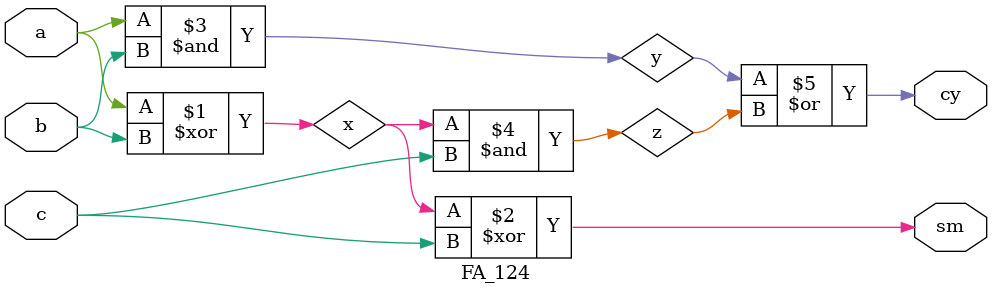
<source format=v>
module FA_124(a,b,c,cy,sm);
input a,b,c;
output cy,sm;
wire x,y,z;
xor x1(x,a,b);
xor x2(sm,x,c);
and a1(y,a,b);
and a2(z,x,c);
or o1(cy,y,z);
endmodule
</source>
